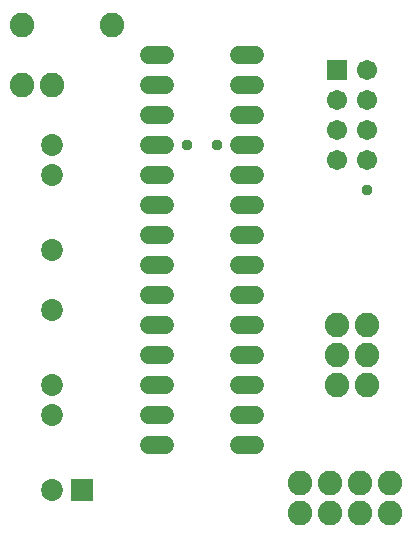
<source format=gbr>
G04 EAGLE Gerber RS-274X export*
G75*
%MOMM*%
%FSLAX34Y34*%
%LPD*%
%INSoldermask Top*%
%IPPOS*%
%AMOC8*
5,1,8,0,0,1.08239X$1,22.5*%
G01*
%ADD10C,1.854200*%
%ADD11R,1.854200X1.854200*%
%ADD12C,2.082800*%
%ADD13C,1.524000*%
%ADD14R,1.711200X1.711200*%
%ADD15C,1.711200*%
%ADD16C,0.959600*%


D10*
X393700Y241300D03*
X393700Y266700D03*
X393700Y444500D03*
X393700Y469900D03*
D11*
X418900Y177800D03*
D10*
X393900Y177800D03*
D12*
X368300Y520700D03*
X393700Y520700D03*
D13*
X475996Y546100D02*
X489204Y546100D01*
X489204Y520700D02*
X475996Y520700D01*
X475996Y495300D02*
X489204Y495300D01*
X489204Y469900D02*
X475996Y469900D01*
X475996Y444500D02*
X489204Y444500D01*
X489204Y419100D02*
X475996Y419100D01*
X475996Y393700D02*
X489204Y393700D01*
X489204Y368300D02*
X475996Y368300D01*
X475996Y342900D02*
X489204Y342900D01*
X489204Y317500D02*
X475996Y317500D01*
X475996Y292100D02*
X489204Y292100D01*
X489204Y266700D02*
X475996Y266700D01*
X475996Y241300D02*
X489204Y241300D01*
X489204Y215900D02*
X475996Y215900D01*
X552196Y215900D02*
X565404Y215900D01*
X565404Y241300D02*
X552196Y241300D01*
X552196Y266700D02*
X565404Y266700D01*
X565404Y292100D02*
X552196Y292100D01*
X552196Y317500D02*
X565404Y317500D01*
X565404Y342900D02*
X552196Y342900D01*
X552196Y368300D02*
X565404Y368300D01*
X565404Y393700D02*
X552196Y393700D01*
X552196Y419100D02*
X565404Y419100D01*
X565404Y444500D02*
X552196Y444500D01*
X552196Y469900D02*
X565404Y469900D01*
X565404Y495300D02*
X552196Y495300D01*
X552196Y520700D02*
X565404Y520700D01*
X565404Y546100D02*
X552196Y546100D01*
D12*
X660400Y266700D03*
X635000Y266700D03*
X660400Y292100D03*
X635000Y292100D03*
X660400Y317500D03*
X635000Y317500D03*
D14*
X635000Y533400D03*
D15*
X660400Y457200D03*
X660400Y482600D03*
X660400Y508000D03*
X660400Y533400D03*
X635000Y508000D03*
X635000Y482600D03*
X635000Y457200D03*
D12*
X368300Y571500D03*
X444500Y571500D03*
D10*
X393700Y330200D03*
X393700Y381000D03*
D12*
X603250Y158750D03*
X603250Y184150D03*
X628650Y158750D03*
X628650Y184150D03*
X654050Y158750D03*
X654050Y184150D03*
X679450Y158750D03*
X679450Y184150D03*
D16*
X660400Y431800D03*
X508000Y469900D03*
X533400Y469900D03*
M02*

</source>
